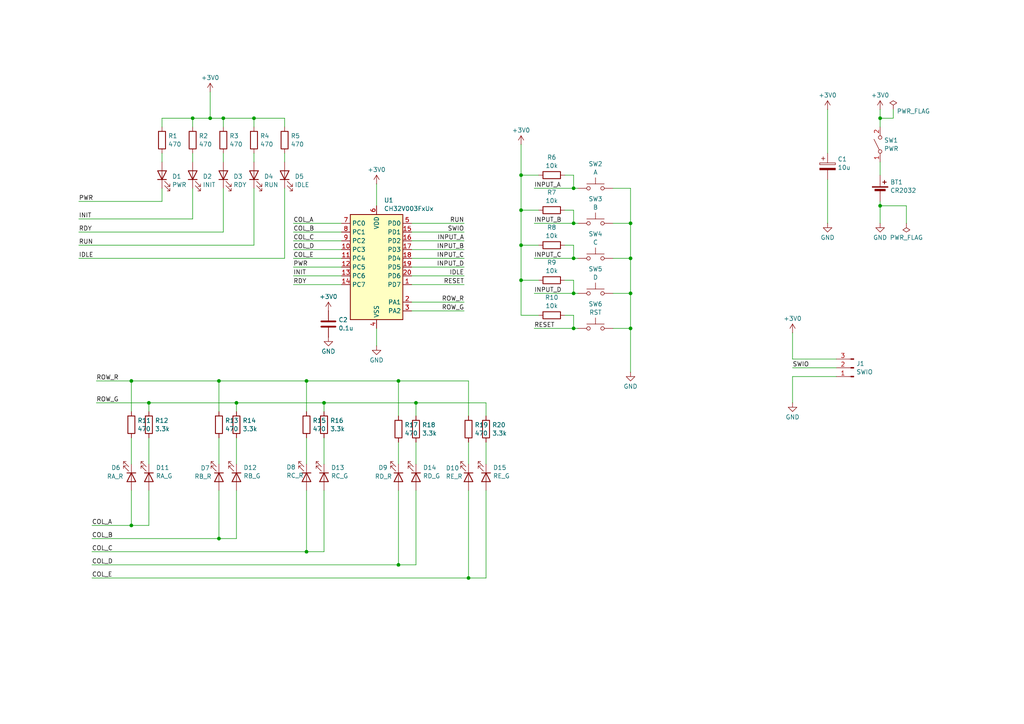
<source format=kicad_sch>
(kicad_sch (version 20250114) (generator "eeschema") (generator_version "9.0")
  (paper "A4")
  (title_block (title "Tester PCB Business Card") (date "2025-08-15") (rev "A"))
  (lib_symbols
    (symbol "Connector:Conn_01x03_Pin" (pin_names (offset 1.016) (hide yes))
      (property "Reference" "J" (at 0 5.08 0))
      (property "Value" "Conn_01x03_Pin" (at 0 -5.08 0))
      (symbol "Conn_01x03_Pin_1_1"
        (rectangle (start 0.8636 2.667) (end 0 2.413) (stroke (width 0.1524)) (fill (type outline)))
        (rectangle (start 0.8636 0.127) (end 0 -0.127) (stroke (width 0.1524)) (fill (type outline)))
        (rectangle (start 0.8636 -2.413) (end 0 -2.667) (stroke (width 0.1524)) (fill (type outline)))
        (polyline (pts (xy 1.27 2.54) (xy 0.8636 2.54)) (stroke (width 0.1524)))
        (polyline (pts (xy 1.27 0) (xy 0.8636 0)) (stroke (width 0.1524)))
        (polyline (pts (xy 1.27 -2.54) (xy 0.8636 -2.54)) (stroke (width 0.1524)))
        (pin passive line (at 5.08 2.54 180) (length 3.81) (name "Pin_1") (number "1"))
        (pin passive line (at 5.08 0 180) (length 3.81) (name "Pin_2") (number "2"))
        (pin passive line (at 5.08 -2.54 180) (length 3.81) (name "Pin_3") (number "3"))
      )
    )
    (symbol "Device:Battery_Cell" (pin_numbers (hide yes)) (pin_names (offset 0) (hide yes))
      (property "Reference" "BT" (at 2.54 2.54 0))
      (property "Value" "Battery_Cell" (at 2.54 0 0))
      (symbol "Battery_Cell_0_1"
        (rectangle (start -2.286 1.778) (end 2.286 1.524) (fill (type outline)))
        (rectangle (start -1.524 1.016) (end 1.524 0.508) (fill (type outline)))
        (polyline (pts (xy 0 1.778) (xy 0 2.54)))
        (polyline (pts (xy 0 0.762) (xy 0 0)))
        (polyline (pts (xy 0.762 3.048) (xy 1.778 3.048)) (stroke (width 0.254)))
        (polyline (pts (xy 1.27 3.556) (xy 1.27 2.54)) (stroke (width 0.254)))
      )
      (symbol "Battery_Cell_1_1"
        (pin passive line (at 0 5.08 270) (length 2.54) (name "+") (number "1"))
        (pin passive line (at 0 -2.54 90) (length 2.54) (name "-") (number "2"))
      )
    )
    (symbol "Device:C" (pin_numbers (hide yes)) (pin_names (offset 0.254))
      (property "Reference" "C" (at 0.635 2.54 0))
      (property "Value" "C" (at 0.635 -2.54 0))
      (symbol "C_0_1"
        (polyline (pts (xy -2.032 0.762) (xy 2.032 0.762)) (stroke (width 0.508)))
        (polyline (pts (xy -2.032 -0.762) (xy 2.032 -0.762)) (stroke (width 0.508)))
      )
      (symbol "C_1_1"
        (pin passive line (at 0 3.81 270) (length 2.794) (name "~") (number "1"))
        (pin passive line (at 0 -3.81 90) (length 2.794) (name "~") (number "2"))
      )
    )
    (symbol "Device:C_Polarized" (pin_numbers (hide yes)) (pin_names (offset 0.254))
      (property "Reference" "C" (at 0.635 2.54 0))
      (property "Value" "C_Polarized" (at 0.635 -2.54 0))
      (symbol "C_Polarized_0_1"
        (rectangle (start -2.286 0.508) (end 2.286 1.016))
        (polyline (pts (xy -1.778 2.286) (xy -0.762 2.286)))
        (polyline (pts (xy -1.27 2.794) (xy -1.27 1.778)))
        (rectangle (start 2.286 -0.508) (end -2.286 -1.016) (fill (type outline)))
      )
      (symbol "C_Polarized_1_1"
        (pin passive line (at 0 3.81 270) (length 2.794) (name "~") (number "1"))
        (pin passive line (at 0 -3.81 90) (length 2.794) (name "~") (number "2"))
      )
    )
    (symbol "Device:LED" (pin_numbers (hide yes)) (pin_names (offset 1.016) (hide yes))
      (property "Reference" "D" (at 0 2.54 0))
      (property "Value" "LED" (at 0 -2.54 0))
      (symbol "LED_0_1"
        (polyline (pts (xy -3.048 -0.762) (xy -4.572 -2.286) (xy -3.81 -2.286) (xy -4.572 -2.286) (xy -4.572 -1.524)))
        (polyline (pts (xy -1.778 -0.762) (xy -3.302 -2.286) (xy -2.54 -2.286) (xy -3.302 -2.286) (xy -3.302 -1.524)))
        (polyline (pts (xy -1.27 0) (xy 1.27 0)))
        (polyline (pts (xy -1.27 -1.27) (xy -1.27 1.27)) (stroke (width 0.254)))
        (polyline (pts (xy 1.27 -1.27) (xy 1.27 1.27) (xy -1.27 0) (xy 1.27 -1.27)) (stroke (width 0.254)))
      )
      (symbol "LED_1_1"
        (pin passive line (at -3.81 0 0) (length 2.54) (name "K") (number "1"))
        (pin passive line (at 3.81 0 180) (length 2.54) (name "A") (number "2"))
      )
    )
    (symbol "Device:R" (pin_numbers (hide yes)) (pin_names (offset 0))
      (property "Reference" "R" (at 2.032 0 90))
      (property "Value" "R" (at 0 0 90))
      (symbol "R_0_1"
        (rectangle (start -1.016 -2.54) (end 1.016 2.54) (stroke (width 0.254)))
      )
      (symbol "R_1_1"
        (pin passive line (at 0 3.81 270) (length 1.27) (name "~") (number "1"))
        (pin passive line (at 0 -3.81 90) (length 1.27) (name "~") (number "2"))
      )
    )
    (symbol "MCU_WCH_CH32V0:CH32V003FxUx"
      (property "Reference" "U" (at -7.62 17.78 0))
      (property "Value" "CH32V003FxUx" (at 7.62 17.78 0))
      (symbol "CH32V003FxUx_1_1"
        (rectangle (start -7.62 15.24) (end 7.62 -15.24) (stroke (width 0.254)) (fill (type background)))
        (pin bidirectional line (at -10.16 12.7 0) (length 2.54) (name "PC0") (number "7"))
        (pin bidirectional line (at -10.16 10.16 0) (length 2.54) (name "PC1") (number "8"))
        (pin bidirectional line (at -10.16 7.62 0) (length 2.54) (name "PC2") (number "9"))
        (pin bidirectional line (at -10.16 5.08 0) (length 2.54) (name "PC3") (number "10"))
        (pin bidirectional line (at -10.16 2.54 0) (length 2.54) (name "PC4") (number "11"))
        (pin bidirectional line (at -10.16 0 0) (length 2.54) (name "PC5") (number "12"))
        (pin bidirectional line (at -10.16 -2.54 0) (length 2.54) (name "PC6") (number "13"))
        (pin bidirectional line (at -10.16 -5.08 0) (length 2.54) (name "PC7") (number "14"))
        (pin power_in line (at 0 17.78 270) (length 2.54) (name "VDD") (number "6"))
        (pin passive line (at 0 -17.78 90) (length 2.54) (hide yes) (name "VSS") (number "21"))
        (pin power_in line (at 0 -17.78 90) (length 2.54) (name "VSS") (number "4"))
        (pin bidirectional line (at 10.16 12.7 180) (length 2.54) (name "PD0") (number "5"))
        (pin bidirectional line (at 10.16 10.16 180) (length 2.54) (name "PD1") (number "15"))
        (pin bidirectional line (at 10.16 7.62 180) (length 2.54) (name "PD2") (number "16"))
        (pin bidirectional line (at 10.16 5.08 180) (length 2.54) (name "PD3") (number "17"))
        (pin bidirectional line (at 10.16 2.54 180) (length 2.54) (name "PD4") (number "18"))
        (pin bidirectional line (at 10.16 0 180) (length 2.54) (name "PD5") (number "19"))
        (pin bidirectional line (at 10.16 -2.54 180) (length 2.54) (name "PD6") (number "20"))
        (pin bidirectional line (at 10.16 -5.08 180) (length 2.54) (name "PD7") (number "1"))
        (pin bidirectional line (at 10.16 -10.16 180) (length 2.54) (name "PA1") (number "2"))
        (pin bidirectional line (at 10.16 -12.7 180) (length 2.54) (name "PA2") (number "3"))
      )
    )
    (symbol "Switch:SW_Push" (pin_numbers (hide yes)) (pin_names (offset 1.016) (hide yes))
      (property "Reference" "SW" (at 1.27 2.54 0))
      (property "Value" "SW_Push" (at 0 -1.524 0))
      (symbol "SW_Push_0_1"
        (circle (center -2.032 0) (radius 0.508))
        (polyline (pts (xy 0 1.27) (xy 0 3.048)))
        (circle (center 2.032 0) (radius 0.508))
        (polyline (pts (xy 2.54 1.27) (xy -2.54 1.27)))
        (pin passive line (at -5.08 0 0) (length 2.54) (name "1") (number "1"))
        (pin passive line (at 5.08 0 180) (length 2.54) (name "2") (number "2"))
      )
    )
    (symbol "Switch:SW_SPST" (pin_names (offset 0) (hide yes))
      (property "Reference" "SW" (at 0 3.175 0))
      (property "Value" "SW_SPST" (at 0 -2.54 0))
      (symbol "SW_SPST_0_0"
        (circle (center -2.032 0) (radius 0.508))
        (polyline (pts (xy -1.524 0.254) (xy 1.524 1.778)))
        (circle (center 2.032 0) (radius 0.508))
      )
      (symbol "SW_SPST_1_1"
        (pin passive line (at -5.08 0 0) (length 2.54) (name "A") (number "1"))
        (pin passive line (at 5.08 0 180) (length 2.54) (name "B") (number "2"))
      )
    )
    (symbol "power:+3V0" (power) (pin_numbers (hide yes)) (pin_names (offset 0) (hide yes))
      (property "Value" "+3V0" (at 0 3.556 0))
      (symbol "+3V0_0_1"
        (polyline (pts (xy -0.762 1.27) (xy 0 2.54)))
        (polyline (pts (xy 0 2.54) (xy 0.762 1.27)))
        (polyline (pts (xy 0 0) (xy 0 2.54)))
      )
      (symbol "+3V0_1_1"
        (pin power_in line (at 0 0 90) (length 0) (name "~") (number "1"))
      )
    )
    (symbol "power:GND" (power) (pin_numbers (hide yes)) (pin_names (offset 0) (hide yes))
      (property "Value" "GND" (at 0 -3.81 0))
      (symbol "GND_0_1"
        (polyline (pts (xy 0 0) (xy 0 -1.27) (xy 1.27 -1.27) (xy 0 -2.54) (xy -1.27 -1.27) (xy 0 -1.27)))
      )
      (symbol "GND_1_1"
        (pin power_in line (at 0 0 270) (length 0) (name "~") (number "1"))
      )
    )
    (symbol "power:PWR_FLAG" (power) (pin_numbers (hide yes)) (pin_names (offset 0) (hide yes))
      (property "Value" "PWR_FLAG" (at 0 3.81 0))
      (symbol "PWR_FLAG_0_0"
        (pin power_out line (at 0 0 90) (length 0) (name "~") (number "1"))
      )
      (symbol "PWR_FLAG_0_1"
        (polyline (pts (xy 0 0) (xy 0 1.27) (xy -1.016 1.905) (xy 0 2.54) (xy 1.016 1.905) (xy 0 1.27)))
      )
    )
  )
  (junction (at 182.88 64.77))
  (junction (at 43.18 116.84))
  (junction (at 88.9 110.49))
  (junction (at 135.89 167.64))
  (junction (at 115.57 163.83))
  (junction (at 182.88 74.93))
  (junction (at 151.13 81.28))
  (junction (at 88.9 160.02))
  (junction (at 63.5 110.49))
  (junction (at 255.27 59.69))
  (junction (at 182.88 95.25))
  (junction (at 166.37 54.61))
  (junction (at 166.37 64.77))
  (junction (at 63.5 156.21))
  (junction (at 120.65 116.84))
  (junction (at 73.66 34.29))
  (junction (at 115.57 110.49))
  (junction (at 151.13 71.12))
  (junction (at 55.88 34.29))
  (junction (at 38.1 152.4))
  (junction (at 255.27 34.29))
  (junction (at 68.58 116.84))
  (junction (at 182.88 85.09))
  (junction (at 64.77 34.29))
  (junction (at 60.96 34.29))
  (junction (at 166.37 85.09))
  (junction (at 166.37 74.93))
  (junction (at 151.13 60.96))
  (junction (at 151.13 50.8))
  (junction (at 166.37 95.25))
  (junction (at 93.98 116.84))
  (junction (at 38.1 110.49))
  (wire (pts (xy 43.18 142.24) (xy 43.18 152.4)))
  (wire (pts (xy 255.27 34.29) (xy 255.27 36.83)))
  (wire (pts (xy 82.55 54.61) (xy 82.55 74.93)))
  (wire (pts (xy 85.09 80.01) (xy 99.06 80.01)))
  (wire (pts (xy 156.21 60.96) (xy 151.13 60.96)))
  (wire (pts (xy 55.88 34.29) (xy 60.96 34.29)))
  (wire (pts (xy 27.94 116.84) (xy 43.18 116.84)))
  (wire (pts (xy 22.86 67.31) (xy 64.77 67.31)))
  (wire (pts (xy 64.77 44.45) (xy 64.77 46.99)))
  (wire (pts (xy 55.88 44.45) (xy 55.88 46.99)))
  (wire (pts (xy 73.66 34.29) (xy 82.55 34.29)))
  (wire (pts (xy 93.98 142.24) (xy 93.98 160.02)))
  (wire (pts (xy 85.09 72.39) (xy 99.06 72.39)))
  (wire (pts (xy 119.38 67.31) (xy 134.62 67.31)))
  (wire (pts (xy 119.38 90.17) (xy 134.62 90.17)))
  (wire (pts (xy 26.67 160.02) (xy 88.9 160.02)))
  (wire (pts (xy 85.09 74.93) (xy 99.06 74.93)))
  (wire (pts (xy 55.88 34.29) (xy 55.88 36.83)))
  (wire (pts (xy 119.38 64.77) (xy 134.62 64.77)))
  (wire (pts (xy 82.55 34.29) (xy 82.55 36.83)))
  (wire (pts (xy 163.83 60.96) (xy 166.37 60.96)))
  (wire (pts (xy 166.37 81.28) (xy 166.37 85.09)))
  (wire (pts (xy 88.9 110.49) (xy 115.57 110.49)))
  (wire (pts (xy 229.87 106.68) (xy 242.57 106.68)))
  (wire (pts (xy 93.98 127) (xy 93.98 134.62)))
  (wire (pts (xy 27.94 110.49) (xy 38.1 110.49)))
  (wire (pts (xy 163.83 71.12) (xy 166.37 71.12)))
  (wire (pts (xy 43.18 127) (xy 43.18 134.62)))
  (wire (pts (xy 177.8 54.61) (xy 182.88 54.61)))
  (wire (pts (xy 163.83 50.8) (xy 166.37 50.8)))
  (wire (pts (xy 140.97 142.24) (xy 140.97 167.64)))
  (wire (pts (xy 163.83 91.44) (xy 166.37 91.44)))
  (wire (pts (xy 38.1 142.24) (xy 38.1 152.4)))
  (wire (pts (xy 259.08 31.75) (xy 259.08 34.29)))
  (wire (pts (xy 166.37 95.25) (xy 167.64 95.25)))
  (wire (pts (xy 242.57 104.14) (xy 229.87 104.14)))
  (wire (pts (xy 156.21 91.44) (xy 151.13 91.44)))
  (wire (pts (xy 255.27 46.99) (xy 255.27 50.8)))
  (wire (pts (xy 43.18 116.84) (xy 68.58 116.84)))
  (wire (pts (xy 240.03 52.07) (xy 240.03 64.77)))
  (wire (pts (xy 46.99 44.45) (xy 46.99 46.99)))
  (wire (pts (xy 64.77 67.31) (xy 64.77 54.61)))
  (wire (pts (xy 93.98 116.84) (xy 120.65 116.84)))
  (wire (pts (xy 120.65 128.27) (xy 120.65 134.62)))
  (wire (pts (xy 46.99 54.61) (xy 46.99 58.42)))
  (wire (pts (xy 63.5 110.49) (xy 88.9 110.49)))
  (wire (pts (xy 262.89 64.77) (xy 262.89 59.69)))
  (wire (pts (xy 166.37 60.96) (xy 166.37 64.77)))
  (wire (pts (xy 109.22 53.34) (xy 109.22 59.69)))
  (wire (pts (xy 109.22 95.25) (xy 109.22 100.33)))
  (wire (pts (xy 135.89 167.64) (xy 140.97 167.64)))
  (wire (pts (xy 85.09 77.47) (xy 99.06 77.47)))
  (wire (pts (xy 88.9 110.49) (xy 88.9 119.38)))
  (wire (pts (xy 73.66 71.12) (xy 73.66 54.61)))
  (wire (pts (xy 63.5 156.21) (xy 68.58 156.21)))
  (wire (pts (xy 151.13 71.12) (xy 151.13 60.96)))
  (wire (pts (xy 120.65 142.24) (xy 120.65 163.83)))
  (wire (pts (xy 229.87 104.14) (xy 229.87 96.52)))
  (wire (pts (xy 73.66 44.45) (xy 73.66 46.99)))
  (wire (pts (xy 22.86 63.5) (xy 55.88 63.5)))
  (wire (pts (xy 120.65 116.84) (xy 140.97 116.84)))
  (wire (pts (xy 22.86 74.93) (xy 82.55 74.93)))
  (wire (pts (xy 43.18 116.84) (xy 43.18 119.38)))
  (wire (pts (xy 166.37 64.77) (xy 167.64 64.77)))
  (wire (pts (xy 85.09 69.85) (xy 99.06 69.85)))
  (wire (pts (xy 119.38 87.63) (xy 134.62 87.63)))
  (wire (pts (xy 115.57 142.24) (xy 115.57 163.83)))
  (wire (pts (xy 151.13 60.96) (xy 151.13 50.8)))
  (wire (pts (xy 182.88 74.93) (xy 182.88 85.09)))
  (wire (pts (xy 166.37 54.61) (xy 167.64 54.61)))
  (wire (pts (xy 46.99 58.42) (xy 22.86 58.42)))
  (wire (pts (xy 46.99 34.29) (xy 46.99 36.83)))
  (wire (pts (xy 119.38 69.85) (xy 134.62 69.85)))
  (wire (pts (xy 177.8 85.09) (xy 182.88 85.09)))
  (wire (pts (xy 156.21 81.28) (xy 151.13 81.28)))
  (wire (pts (xy 262.89 59.69) (xy 255.27 59.69)))
  (wire (pts (xy 85.09 64.77) (xy 99.06 64.77)))
  (wire (pts (xy 68.58 116.84) (xy 68.58 119.38)))
  (wire (pts (xy 119.38 82.55) (xy 134.62 82.55)))
  (wire (pts (xy 182.88 95.25) (xy 182.88 107.95)))
  (wire (pts (xy 151.13 91.44) (xy 151.13 81.28)))
  (wire (pts (xy 166.37 71.12) (xy 166.37 74.93)))
  (wire (pts (xy 156.21 50.8) (xy 151.13 50.8)))
  (wire (pts (xy 26.67 167.64) (xy 135.89 167.64)))
  (wire (pts (xy 140.97 120.65) (xy 140.97 116.84)))
  (wire (pts (xy 120.65 116.84) (xy 120.65 120.65)))
  (wire (pts (xy 82.55 44.45) (xy 82.55 46.99)))
  (wire (pts (xy 119.38 72.39) (xy 134.62 72.39)))
  (wire (pts (xy 135.89 142.24) (xy 135.89 167.64)))
  (wire (pts (xy 166.37 91.44) (xy 166.37 95.25)))
  (wire (pts (xy 255.27 31.75) (xy 255.27 34.29)))
  (wire (pts (xy 64.77 34.29) (xy 64.77 36.83)))
  (wire (pts (xy 68.58 116.84) (xy 93.98 116.84)))
  (wire (pts (xy 115.57 110.49) (xy 115.57 120.65)))
  (wire (pts (xy 166.37 85.09) (xy 167.64 85.09)))
  (wire (pts (xy 166.37 74.93) (xy 167.64 74.93)))
  (wire (pts (xy 64.77 34.29) (xy 73.66 34.29)))
  (wire (pts (xy 154.94 64.77) (xy 166.37 64.77)))
  (wire (pts (xy 182.88 64.77) (xy 182.88 74.93)))
  (wire (pts (xy 73.66 34.29) (xy 73.66 36.83)))
  (wire (pts (xy 93.98 116.84) (xy 93.98 119.38)))
  (wire (pts (xy 26.67 156.21) (xy 63.5 156.21)))
  (wire (pts (xy 242.57 109.22) (xy 229.87 109.22)))
  (wire (pts (xy 259.08 34.29) (xy 255.27 34.29)))
  (wire (pts (xy 46.99 34.29) (xy 55.88 34.29)))
  (wire (pts (xy 26.67 163.83) (xy 115.57 163.83)))
  (wire (pts (xy 26.67 152.4) (xy 38.1 152.4)))
  (wire (pts (xy 240.03 31.75) (xy 240.03 44.45)))
  (wire (pts (xy 115.57 128.27) (xy 115.57 134.62)))
  (wire (pts (xy 85.09 82.55) (xy 99.06 82.55)))
  (wire (pts (xy 63.5 142.24) (xy 63.5 156.21)))
  (wire (pts (xy 166.37 50.8) (xy 166.37 54.61)))
  (wire (pts (xy 255.27 59.69) (xy 255.27 64.77)))
  (wire (pts (xy 229.87 109.22) (xy 229.87 116.84)))
  (wire (pts (xy 38.1 152.4) (xy 43.18 152.4)))
  (wire (pts (xy 68.58 127) (xy 68.58 134.62)))
  (wire (pts (xy 115.57 163.83) (xy 120.65 163.83)))
  (wire (pts (xy 140.97 128.27) (xy 140.97 134.62)))
  (wire (pts (xy 177.8 64.77) (xy 182.88 64.77)))
  (wire (pts (xy 119.38 77.47) (xy 134.62 77.47)))
  (wire (pts (xy 38.1 127) (xy 38.1 134.62)))
  (wire (pts (xy 135.89 128.27) (xy 135.89 134.62)))
  (wire (pts (xy 182.88 54.61) (xy 182.88 64.77)))
  (wire (pts (xy 88.9 127) (xy 88.9 134.62)))
  (wire (pts (xy 154.94 95.25) (xy 166.37 95.25)))
  (wire (pts (xy 154.94 74.93) (xy 166.37 74.93)))
  (wire (pts (xy 182.88 85.09) (xy 182.88 95.25)))
  (wire (pts (xy 60.96 26.67) (xy 60.96 34.29)))
  (wire (pts (xy 38.1 110.49) (xy 63.5 110.49)))
  (wire (pts (xy 68.58 142.24) (xy 68.58 156.21)))
  (wire (pts (xy 63.5 110.49) (xy 63.5 119.38)))
  (wire (pts (xy 85.09 67.31) (xy 99.06 67.31)))
  (wire (pts (xy 154.94 85.09) (xy 166.37 85.09)))
  (wire (pts (xy 55.88 63.5) (xy 55.88 54.61)))
  (wire (pts (xy 255.27 58.42) (xy 255.27 59.69)))
  (wire (pts (xy 88.9 142.24) (xy 88.9 160.02)))
  (wire (pts (xy 60.96 34.29) (xy 64.77 34.29)))
  (wire (pts (xy 119.38 80.01) (xy 134.62 80.01)))
  (wire (pts (xy 156.21 71.12) (xy 151.13 71.12)))
  (wire (pts (xy 22.86 71.12) (xy 73.66 71.12)))
  (wire (pts (xy 151.13 81.28) (xy 151.13 71.12)))
  (wire (pts (xy 163.83 81.28) (xy 166.37 81.28)))
  (wire (pts (xy 177.8 95.25) (xy 182.88 95.25)))
  (wire (pts (xy 115.57 110.49) (xy 135.89 110.49)))
  (wire (pts (xy 135.89 110.49) (xy 135.89 120.65)))
  (wire (pts (xy 63.5 127) (xy 63.5 134.62)))
  (wire (pts (xy 151.13 50.8) (xy 151.13 41.91)))
  (wire (pts (xy 88.9 160.02) (xy 93.98 160.02)))
  (wire (pts (xy 38.1 110.49) (xy 38.1 119.38)))
  (wire (pts (xy 119.38 74.93) (xy 134.62 74.93)))
  (wire (pts (xy 177.8 74.93) (xy 182.88 74.93)))
  (wire (pts (xy 154.94 54.61) (xy 166.37 54.61)))
  (label "COL_E" (at 26.67 167.64 0))
  (label "IDLE" (at 22.86 74.93 0))
  (label "PWR" (at 85.09 77.47 0))
  (label "INPUT_A" (at 154.94 54.61 0))
  (label "ROW_G" (at 134.62 90.17 180))
  (label "PWR" (at 22.86 58.42 0))
  (label "COL_C" (at 85.09 69.85 0))
  (label "ROW_R" (at 27.94 110.49 0))
  (label "RUN" (at 134.62 64.77 180))
  (label "INIT" (at 85.09 80.01 0))
  (label "COL_D" (at 26.67 163.83 0))
  (label "COL_C" (at 26.67 160.02 0))
  (label "INPUT_D" (at 134.62 77.47 180))
  (label "RDY" (at 85.09 82.55 0))
  (label "INPUT_C" (at 154.94 74.93 0))
  (label "SWIO" (at 229.87 106.68 0))
  (label "INIT" (at 22.86 63.5 0))
  (label "ROW_R" (at 134.62 87.63 180))
  (label "RESET" (at 134.62 82.55 180))
  (label "RDY" (at 22.86 67.31 0))
  (label "IDLE" (at 134.62 80.01 180))
  (label "INPUT_D" (at 154.94 85.09 0))
  (label "RUN" (at 22.86 71.12 0))
  (label "INPUT_B" (at 134.62 72.39 180))
  (label "INPUT_A" (at 134.62 69.85 180))
  (label "SWIO" (at 134.62 67.31 180))
  (label "COL_B" (at 85.09 67.31 0))
  (label "COL_B" (at 26.67 156.21 0))
  (label "COL_A" (at 85.09 64.77 0))
  (label "INPUT_B" (at 154.94 64.77 0))
  (label "COL_A" (at 26.67 152.4 0))
  (label "COL_E" (at 85.09 74.93 0))
  (label "INPUT_C" (at 134.62 74.93 180))
  (label "COL_D" (at 85.09 72.39 0))
  (label "ROW_G" (at 27.94 116.84 0))
  (label "RESET" (at 154.94 95.25 0))
  (symbol (lib_id "Device:LED") (at 82.55 50.8 90) (unit 1)
    (property "Reference" "D5" (at 85.471 51.1753 90) (effects (justify right)))
    (property "Value" "IDLE" (at 85.471 53.5996 90) (effects (justify right)))
    (property "Footprint" "LED_SMD:LED_0805_2012Metric" (effects (hide yes)))
    (property "Description" "Light emitting diode" (effects (hide yes)))
    (property "Sim.Pins" "1=K 2=A" (effects (hide yes)))
    (property "LCSC" "C84256" (effects (hide yes)))
  )
  (symbol (lib_id "Device:R") (at 93.98 123.19 0) (unit 1)
    (property "Reference" "R16" (at 95.758 121.9778 0) (effects (justify left)))
    (property "Value" "3.3k" (at 95.758 124.4021 0) (effects (justify left)))
    (property "Footprint" "Resistor_SMD:R_0603_1608Metric" (effects (hide yes)))
    (property "Description" "Resistor" (effects (hide yes)))
    (property "LCSC" "C22978" (effects (hide yes)))
  )
  (symbol (lib_id "power:GND") (at 240.03 64.77 0) (unit 1)
    (property "Reference" "#PWR07" (effects (hide yes)))
    (property "Value" "GND" (at 240.03 68.9031 0))
    (property "Description" "Power symbol creates a global label with name \"GND\" , ground" (effects (hide yes)))
  )
  (symbol (lib_id "Device:R") (at 160.02 50.8 90) (unit 1)
    (property "Reference" "R6" (at 160.02 45.6395 90))
    (property "Value" "10k" (at 160.02 48.0638 90))
    (property "Footprint" "Resistor_SMD:R_0603_1608Metric" (effects (hide yes)))
    (property "Description" "Resistor" (effects (hide yes)))
    (property "LCSC" "C25804" (effects (hide yes)))
  )
  (symbol (lib_id "Device:R") (at 120.65 124.46 0) (unit 1)
    (property "Reference" "R18" (at 122.428 123.2478 0) (effects (justify left)))
    (property "Value" "3.3k" (at 122.428 125.6721 0) (effects (justify left)))
    (property "Footprint" "Resistor_SMD:R_0603_1608Metric" (effects (hide yes)))
    (property "Description" "Resistor" (effects (hide yes)))
    (property "LCSC" "C22978" (effects (hide yes)))
  )
  (symbol (lib_id "Device:LED") (at 88.9 138.43 270) (unit 1)
    (property "Reference" "D8" (at 83.058 135.4977 90) (effects (justify left)))
    (property "Value" "RC_R" (at 83.058 137.922 90) (effects (justify left)))
    (property "Footprint" "LED_SMD:LED_0805_2012Metric" (effects (hide yes)))
    (property "Description" "Light emitting diode" (effects (hide yes)))
    (property "Sim.Pins" "1=K 2=A" (effects (hide yes)))
    (property "LCSC" "C84256" (effects (hide yes)))
  )
  (symbol (lib_id "Device:R") (at 160.02 91.44 90) (unit 1)
    (property "Reference" "R10" (at 160.02 86.2795 90))
    (property "Value" "10k" (at 160.02 88.7038 90))
    (property "Footprint" "Resistor_SMD:R_0603_1608Metric" (effects (hide yes)))
    (property "Description" "Resistor" (effects (hide yes)))
    (property "LCSC" "C25804" (effects (hide yes)))
  )
  (symbol (lib_id "power:PWR_FLAG") (at 259.08 31.75 0) (unit 1)
    (property "Reference" "#FLG01" (effects (hide yes)))
    (property "Value" "PWR_FLAG" (at 264.922 32.258 0))
    (property "Description" "Special symbol for telling ERC where power comes from" (effects (hide yes)))
  )
  (symbol (lib_id "Device:LED") (at 135.89 138.43 270) (unit 1)
    (property "Reference" "D10" (at 129.286 135.7517 90) (effects (justify left)))
    (property "Value" "RE_R" (at 129.286 138.176 90) (effects (justify left)))
    (property "Footprint" "LED_SMD:LED_0805_2012Metric" (effects (hide yes)))
    (property "Description" "Light emitting diode" (effects (hide yes)))
    (property "Sim.Pins" "1=K 2=A" (effects (hide yes)))
    (property "LCSC" "C84256" (effects (hide yes)))
  )
  (symbol (lib_id "Device:R") (at 46.99 40.64 0) (unit 1)
    (property "Reference" "R1" (at 48.768 39.4278 0) (effects (justify left)))
    (property "Value" "470" (at 48.768 41.8521 0) (effects (justify left)))
    (property "Footprint" "Resistor_SMD:R_0603_1608Metric" (effects (hide yes)))
    (property "Description" "Resistor" (effects (hide yes)))
    (property "LCSC" "C23179" (effects (hide yes)))
  )
  (symbol (lib_id "Device:LED") (at 93.98 138.43 270) (unit 1)
    (property "Reference" "D13" (at 96.012 135.6303 90) (effects (justify left)))
    (property "Value" "RC_G" (at 96.012 138.0546 90) (effects (justify left)))
    (property "Footprint" "LED_SMD:LED_0805_2012Metric" (effects (hide yes)))
    (property "Description" "Light emitting diode" (effects (hide yes)))
    (property "Sim.Pins" "1=K 2=A" (effects (hide yes)))
    (property "LCSC" "C2297" (effects (hide yes)))
  )
  (symbol (lib_id "Device:R") (at 135.89 124.46 0) (unit 1)
    (property "Reference" "R19" (at 137.668 123.2478 0) (effects (justify left)))
    (property "Value" "470" (at 137.668 125.6721 0) (effects (justify left)))
    (property "Footprint" "Resistor_SMD:R_0603_1608Metric" (effects (hide yes)))
    (property "Description" "Resistor" (effects (hide yes)))
    (property "LCSC" "C23179" (effects (hide yes)))
  )
  (symbol (lib_id "Switch:SW_Push") (at 172.72 95.25 0) (unit 1)
    (property "Reference" "SW6" (at 172.72 88.1845 0))
    (property "Value" "RST" (at 172.72 90.6088 0))
    (property "Footprint" "custom:BTN_XUNPU_TS_1088-AR02016" (effects (hide yes)))
    (property "Description" "Push button switch, generic, two pins" (effects (hide yes)))
    (property "LCSC" "C720477" (effects (hide yes)))
    (property "Link" "https://www.lcsc.com/product-detail/C720477.html" (effects (hide yes)))
  )
  (symbol (lib_id "power:PWR_FLAG") (at 262.89 64.77 180) (unit 1)
    (property "Reference" "#FLG02" (effects (hide yes)))
    (property "Value" "PWR_FLAG" (at 262.89 68.9031 0))
    (property "Description" "Special symbol for telling ERC where power comes from" (effects (hide yes)))
  )
  (symbol (lib_id "Device:R") (at 38.1 123.19 0) (unit 1)
    (property "Reference" "R11" (at 39.878 121.9778 0) (effects (justify left)))
    (property "Value" "470" (at 39.878 124.4021 0) (effects (justify left)))
    (property "Footprint" "Resistor_SMD:R_0603_1608Metric" (effects (hide yes)))
    (property "Description" "Resistor" (effects (hide yes)))
    (property "LCSC" "C23179" (effects (hide yes)))
  )
  (symbol (lib_id "power:+3V0") (at 151.13 41.91 0) (unit 1)
    (property "Reference" "#PWR05" (effects (hide yes)))
    (property "Value" "+3V0" (at 151.13 37.7769 0))
    (property "Description" "Power symbol creates a global label with name \"+3V0\"" (effects (hide yes)))
  )
  (symbol (lib_id "Device:LED") (at 43.18 138.43 270) (unit 1)
    (property "Reference" "D11" (at 45.212 135.6303 90) (effects (justify left)))
    (property "Value" "RA_G" (at 45.212 138.0546 90) (effects (justify left)))
    (property "Footprint" "LED_SMD:LED_0805_2012Metric" (effects (hide yes)))
    (property "Description" "Light emitting diode" (effects (hide yes)))
    (property "Sim.Pins" "1=K 2=A" (effects (hide yes)))
    (property "LCSC" "C2297" (effects (hide yes)))
  )
  (symbol (lib_id "Device:Battery_Cell") (at 255.27 55.88 0) (unit 1)
    (property "Reference" "BT1" (at 258.191 52.8263 0) (effects (justify left)))
    (property "Value" "CR2032" (at 258.191 55.2506 0) (effects (justify left)))
    (property "Footprint" "custom:MY-2032-12" (effects (hide yes)))
    (property "Description" "Single-cell battery" (effects (hide yes)))
    (property "LCSC" "C964833" (effects (hide yes)))
    (property "Link" "https://www.lcsc.com/product-detail/C964833.html" (effects (hide yes)))
  )
  (symbol (lib_id "Device:LED") (at 115.57 138.43 270) (unit 1)
    (property "Reference" "D9" (at 109.728 135.636 90) (effects (justify left)))
    (property "Value" "RD_R" (at 108.712 138.176 90) (effects (justify left)))
    (property "Footprint" "LED_SMD:LED_0805_2012Metric" (effects (hide yes)))
    (property "Description" "Light emitting diode" (effects (hide yes)))
    (property "Sim.Pins" "1=K 2=A" (effects (hide yes)))
    (property "LCSC" "C84256" (effects (hide yes)))
  )
  (symbol (lib_id "power:+3V0") (at 255.27 31.75 0) (unit 1)
    (property "Reference" "#PWR04" (effects (hide yes)))
    (property "Value" "+3V0" (at 255.27 27.6169 0))
    (property "Description" "Power symbol creates a global label with name \"+3V0\"" (effects (hide yes)))
  )
  (symbol (lib_id "power:+3V0") (at 60.96 26.67 0) (unit 1)
    (property "Reference" "#PWR02" (effects (hide yes)))
    (property "Value" "+3V0" (at 60.96 22.5369 0))
    (property "Description" "Power symbol creates a global label with name \"+3V0\"" (effects (hide yes)))
  )
  (symbol (lib_id "power:GND") (at 109.22 100.33 0) (unit 1)
    (property "Reference" "#PWR012" (effects (hide yes)))
    (property "Value" "GND" (at 109.22 104.4631 0))
    (property "Description" "Power symbol creates a global label with name \"GND\" , ground" (effects (hide yes)))
  )
  (symbol (lib_id "Device:R") (at 64.77 40.64 0) (unit 1)
    (property "Reference" "R3" (at 66.548 39.4278 0) (effects (justify left)))
    (property "Value" "470" (at 66.548 41.8521 0) (effects (justify left)))
    (property "Footprint" "Resistor_SMD:R_0603_1608Metric" (effects (hide yes)))
    (property "Description" "Resistor" (effects (hide yes)))
    (property "LCSC" "C23179" (effects (hide yes)))
  )
  (symbol (lib_id "power:GND") (at 229.87 116.84 0) (unit 1)
    (property "Reference" "#PWR014" (effects (hide yes)))
    (property "Value" "GND" (at 229.87 120.9731 0))
    (property "Description" "Power symbol creates a global label with name \"GND\" , ground" (effects (hide yes)))
  )
  (symbol (lib_id "Switch:SW_SPST") (at 255.27 41.91 90) (unit 1)
    (property "Reference" "SW1" (at 256.413 40.6978 90) (effects (justify right)))
    (property "Value" "PWR" (at 256.413 43.1221 90) (effects (justify right)))
    (property "Footprint" "custom:SW_SPDT_Shouhan_MSK12C02" (effects (hide yes)))
    (property "Description" "Single Pole Single Throw (SPST) switch" (effects (hide yes)))
    (property "LCSC" "C431540" (effects (hide yes)))
    (property "Link" "https://www.lcsc.com/product-detail/C431540.html" (effects (hide yes)))
  )
  (symbol (lib_id "power:+3V0") (at 229.87 96.52 0) (unit 1)
    (property "Reference" "#PWR010" (effects (hide yes)))
    (property "Value" "+3V0" (at 229.87 92.3869 0))
    (property "Description" "Power symbol creates a global label with name \"+3V0\"" (effects (hide yes)))
  )
  (symbol (lib_id "Device:R") (at 68.58 123.19 0) (unit 1)
    (property "Reference" "R14" (at 70.358 121.9778 0) (effects (justify left)))
    (property "Value" "3.3k" (at 70.358 124.4021 0) (effects (justify left)))
    (property "Footprint" "Resistor_SMD:R_0603_1608Metric" (effects (hide yes)))
    (property "Description" "Resistor" (effects (hide yes)))
    (property "LCSC" "C22978" (effects (hide yes)))
  )
  (symbol (lib_id "power:GND") (at 255.27 64.77 0) (unit 1)
    (property "Reference" "#PWR08" (effects (hide yes)))
    (property "Value" "GND" (at 255.27 68.9031 0))
    (property "Description" "Power symbol creates a global label with name \"GND\" , ground" (effects (hide yes)))
  )
  (symbol (lib_id "Device:R") (at 82.55 40.64 0) (unit 1)
    (property "Reference" "R5" (at 84.328 39.4278 0) (effects (justify left)))
    (property "Value" "470" (at 84.328 41.8521 0) (effects (justify left)))
    (property "Footprint" "Resistor_SMD:R_0603_1608Metric" (effects (hide yes)))
    (property "Description" "Resistor" (effects (hide yes)))
    (property "LCSC" "C23179" (effects (hide yes)))
  )
  (symbol (lib_id "Switch:SW_Push") (at 172.72 74.93 0) (unit 1)
    (property "Reference" "SW4" (at 172.72 67.8645 0))
    (property "Value" "C" (at 172.72 70.2888 0))
    (property "Footprint" "custom:BTN_XUNPU_TS_1088-AR02016" (effects (hide yes)))
    (property "Description" "Push button switch, generic, two pins" (effects (hide yes)))
    (property "LCSC" "C720477" (effects (hide yes)))
    (property "Link" "https://www.lcsc.com/product-detail/C720477.html" (effects (hide yes)))
  )
  (symbol (lib_id "Device:LED") (at 55.88 50.8 90) (unit 1)
    (property "Reference" "D2" (at 58.801 51.1753 90) (effects (justify right)))
    (property "Value" "INIT" (at 58.801 53.5996 90) (effects (justify right)))
    (property "Footprint" "LED_SMD:LED_0805_2012Metric" (effects (hide yes)))
    (property "Description" "Light emitting diode" (effects (hide yes)))
    (property "Sim.Pins" "1=K 2=A" (effects (hide yes)))
    (property "LCSC" "C84256" (effects (hide yes)))
  )
  (symbol (lib_id "Device:R") (at 160.02 71.12 90) (unit 1)
    (property "Reference" "R8" (at 160.02 65.9595 90))
    (property "Value" "10k" (at 160.02 68.3838 90))
    (property "Footprint" "Resistor_SMD:R_0603_1608Metric" (effects (hide yes)))
    (property "Description" "Resistor" (effects (hide yes)))
    (property "LCSC" "C25804" (effects (hide yes)))
  )
  (symbol (lib_id "Device:R") (at 160.02 81.28 90) (unit 1)
    (property "Reference" "R9" (at 160.02 76.1195 90))
    (property "Value" "10k" (at 160.02 78.5438 90))
    (property "Footprint" "Resistor_SMD:R_0603_1608Metric" (effects (hide yes)))
    (property "Description" "Resistor" (effects (hide yes)))
    (property "LCSC" "C25804" (effects (hide yes)))
  )
  (symbol (lib_id "Device:LED") (at 64.77 50.8 90) (unit 1)
    (property "Reference" "D3" (at 67.691 51.1753 90) (effects (justify right)))
    (property "Value" "RDY" (at 67.691 53.5996 90) (effects (justify right)))
    (property "Footprint" "LED_SMD:LED_0805_2012Metric" (effects (hide yes)))
    (property "Description" "Light emitting diode" (effects (hide yes)))
    (property "Sim.Pins" "1=K 2=A" (effects (hide yes)))
    (property "LCSC" "C84256" (effects (hide yes)))
  )
  (symbol (lib_id "Device:C") (at 95.25 93.98 0) (unit 1)
    (property "Reference" "C2" (at 98.171 92.7678 0) (effects (justify left)))
    (property "Value" "0.1u" (at 98.171 95.1921 0) (effects (justify left)))
    (property "Footprint" "Capacitor_SMD:C_0805_2012Metric" (effects (hide yes)))
    (property "Description" "Unpolarized capacitor" (effects (hide yes)))
    (property "LCSC" "C49678" (effects (hide yes)))
  )
  (symbol (lib_id "Device:R") (at 160.02 60.96 90) (unit 1)
    (property "Reference" "R7" (at 160.02 55.7995 90))
    (property "Value" "10k" (at 160.02 58.2238 90))
    (property "Footprint" "Resistor_SMD:R_0603_1608Metric" (effects (hide yes)))
    (property "Description" "Resistor" (effects (hide yes)))
    (property "LCSC" "C25804" (effects (hide yes)))
  )
  (symbol (lib_id "Device:R") (at 115.57 124.46 0) (unit 1)
    (property "Reference" "R17" (at 117.348 123.2478 0) (effects (justify left)))
    (property "Value" "470" (at 117.348 125.6721 0) (effects (justify left)))
    (property "Footprint" "Resistor_SMD:R_0603_1608Metric" (effects (hide yes)))
    (property "Description" "Resistor" (effects (hide yes)))
    (property "LCSC" "C23179" (effects (hide yes)))
  )
  (symbol (lib_id "power:+3V0") (at 95.25 90.17 0) (unit 1)
    (property "Reference" "#PWR09" (effects (hide yes)))
    (property "Value" "+3V0" (at 95.25 86.0369 0))
    (property "Description" "Power symbol creates a global label with name \"+3V0\"" (effects (hide yes)))
  )
  (symbol (lib_id "Device:R") (at 140.97 124.46 0) (unit 1)
    (property "Reference" "R20" (at 142.748 123.2478 0) (effects (justify left)))
    (property "Value" "3.3k" (at 142.748 125.6721 0) (effects (justify left)))
    (property "Footprint" "Resistor_SMD:R_0603_1608Metric" (effects (hide yes)))
    (property "Description" "Resistor" (effects (hide yes)))
    (property "LCSC" "C22978" (effects (hide yes)))
  )
  (symbol (lib_id "MCU_WCH_CH32V0:CH32V003FxUx") (at 109.22 77.47 0) (unit 1)
    (property "Reference" "U1" (at 111.3633 58.0855 0) (effects (justify left)))
    (property "Value" "CH32V003FxUx" (at 111.3633 60.5098 0) (effects (justify left)))
    (property "Footprint" "Package_DFN_QFN:QFN-20-1EP_3x3mm_P0.4mm_EP1.65x1.65mm" (effects (hide yes)))
    (property "Datasheet" "https://www.wch-ic.com/products/CH32V003.html" (effects (hide yes)))
    (property "Description" "CH32V003 series are industrial-grade general-purpose microcontrollers designed based on 32-bit RISC-V instruction set and architecture. It adopts QingKe V2A core, RV32EC instruction set, and supports 2 levels of interrupt nesting. The series are mounted with rich peripheral interfaces and function modules. Its internal organizational structure meets the low-cost and low-power embedded application scenarios." (effects (hide yes)))
    (property "LCSC" "C5299908" (effects (hide yes)))
  )
  (symbol (lib_id "power:GND") (at 95.25 97.79 0) (unit 1)
    (property "Reference" "#PWR011" (effects (hide yes)))
    (property "Value" "GND" (at 95.25 101.9231 0))
    (property "Description" "Power symbol creates a global label with name \"GND\" , ground" (effects (hide yes)))
  )
  (symbol (lib_id "Device:C_Polarized") (at 240.03 48.26 0) (unit 1)
    (property "Reference" "C1" (at 242.951 46.1588 0) (effects (justify left)))
    (property "Value" "10u" (at 242.951 48.5831 0) (effects (justify left)))
    (property "Footprint" "Capacitor_Tantalum_SMD:CP_EIA-3216-18_Kemet-A" (effects (hide yes)))
    (property "Description" "Polarized capacitor" (effects (hide yes)))
    (property "LCSC" "C7171" (effects (hide yes)))
    (property "Link" "https://www.lcsc.com/product-detail/C119052.html" (effects (hide yes)))
  )
  (symbol (lib_id "power:+3V0") (at 109.22 53.34 0) (unit 1)
    (property "Reference" "#PWR06" (effects (hide yes)))
    (property "Value" "+3V0" (at 109.22 49.2069 0))
    (property "Description" "Power symbol creates a global label with name \"+3V0\"" (effects (hide yes)))
  )
  (symbol (lib_id "Connector:Conn_01x03_Pin") (at 247.65 106.68 180) (unit 1)
    (property "Reference" "J1" (at 248.3612 105.4678 0) (effects (justify right)))
    (property "Value" "SWIO" (at 248.3612 107.8921 0) (effects (justify right)))
    (property "Footprint" "Connector_PinHeader_2.54mm:PinHeader_1x03_P2.54mm_Vertical" (effects (hide yes)))
    (property "Description" "Generic connector, single row, 01x03, script generated" (effects (hide yes)))
  )
  (symbol (lib_id "Switch:SW_Push") (at 172.72 85.09 0) (unit 1)
    (property "Reference" "SW5" (at 172.72 78.0245 0))
    (property "Value" "D" (at 172.72 80.4488 0))
    (property "Footprint" "custom:BTN_XUNPU_TS_1088-AR02016" (effects (hide yes)))
    (property "Description" "Push button switch, generic, two pins" (effects (hide yes)))
    (property "LCSC" "C720477" (effects (hide yes)))
    (property "Link" "https://www.lcsc.com/product-detail/C720477.html" (effects (hide yes)))
  )
  (symbol (lib_id "Device:LED") (at 140.97 138.43 270) (unit 1)
    (property "Reference" "D15" (at 143.002 135.6303 90) (effects (justify left)))
    (property "Value" "RE_G" (at 143.002 138.0546 90) (effects (justify left)))
    (property "Footprint" "LED_SMD:LED_0805_2012Metric" (effects (hide yes)))
    (property "Description" "Light emitting diode" (effects (hide yes)))
    (property "Sim.Pins" "1=K 2=A" (effects (hide yes)))
    (property "LCSC" "C2297" (effects (hide yes)))
  )
  (symbol (lib_id "Device:R") (at 63.5 123.19 0) (unit 1)
    (property "Reference" "R13" (at 65.278 121.9778 0) (effects (justify left)))
    (property "Value" "470" (at 65.278 124.4021 0) (effects (justify left)))
    (property "Footprint" "Resistor_SMD:R_0603_1608Metric" (effects (hide yes)))
    (property "Description" "Resistor" (effects (hide yes)))
    (property "LCSC" "C23179" (effects (hide yes)))
  )
  (symbol (lib_id "Device:R") (at 43.18 123.19 0) (unit 1)
    (property "Reference" "R12" (at 44.958 121.9778 0) (effects (justify left)))
    (property "Value" "3.3k" (at 44.958 124.4021 0) (effects (justify left)))
    (property "Footprint" "Resistor_SMD:R_0603_1608Metric" (effects (hide yes)))
    (property "Description" "Resistor" (effects (hide yes)))
    (property "LCSC" "C22978" (effects (hide yes)))
  )
  (symbol (lib_id "power:+3V0") (at 240.03 31.75 0) (unit 1)
    (property "Reference" "#PWR03" (effects (hide yes)))
    (property "Value" "+3V0" (at 240.03 27.6169 0))
    (property "Description" "Power symbol creates a global label with name \"+3V0\"" (effects (hide yes)))
  )
  (symbol (lib_id "Device:R") (at 88.9 123.19 0) (unit 1)
    (property "Reference" "R15" (at 90.678 121.9778 0) (effects (justify left)))
    (property "Value" "470" (at 90.678 124.4021 0) (effects (justify left)))
    (property "Footprint" "Resistor_SMD:R_0603_1608Metric" (effects (hide yes)))
    (property "Description" "Resistor" (effects (hide yes)))
    (property "LCSC" "C23179" (effects (hide yes)))
  )
  (symbol (lib_id "Switch:SW_Push") (at 172.72 64.77 0) (unit 1)
    (property "Reference" "SW3" (at 172.72 57.7045 0))
    (property "Value" "B" (at 172.72 60.1288 0))
    (property "Footprint" "custom:BTN_XUNPU_TS_1088-AR02016" (effects (hide yes)))
    (property "Description" "Push button switch, generic, two pins" (effects (hide yes)))
    (property "LCSC" "C720477" (effects (hide yes)))
    (property "Link" "https://www.lcsc.com/product-detail/C720477.html" (effects (hide yes)))
  )
  (symbol (lib_id "Device:LED") (at 46.99 50.8 90) (unit 1)
    (property "Reference" "D1" (at 49.911 51.1753 90) (effects (justify right)))
    (property "Value" "PWR" (at 49.911 53.5996 90) (effects (justify right)))
    (property "Footprint" "LED_SMD:LED_0805_2012Metric" (effects (hide yes)))
    (property "Description" "Light emitting diode" (effects (hide yes)))
    (property "Sim.Pins" "1=K 2=A" (effects (hide yes)))
    (property "LCSC" "C84256" (effects (hide yes)))
  )
  (symbol (lib_id "power:GND") (at 182.88 107.95 0) (unit 1)
    (property "Reference" "#PWR013" (effects (hide yes)))
    (property "Value" "GND" (at 182.88 112.0831 0))
    (property "Description" "Power symbol creates a global label with name \"GND\" , ground" (effects (hide yes)))
  )
  (symbol (lib_id "Device:LED") (at 73.66 50.8 90) (unit 1)
    (property "Reference" "D4" (at 76.581 51.1753 90) (effects (justify right)))
    (property "Value" "RUN" (at 76.581 53.5996 90) (effects (justify right)))
    (property "Footprint" "LED_SMD:LED_0805_2012Metric" (effects (hide yes)))
    (property "Description" "Light emitting diode" (effects (hide yes)))
    (property "Sim.Pins" "1=K 2=A" (effects (hide yes)))
    (property "LCSC" "C84256" (effects (hide yes)))
  )
  (symbol (lib_id "Switch:SW_Push") (at 172.72 54.61 0) (unit 1)
    (property "Reference" "SW2" (at 172.72 47.5445 0))
    (property "Value" "A" (at 172.72 49.9688 0))
    (property "Footprint" "custom:BTN_XUNPU_TS_1088-AR02016" (effects (hide yes)))
    (property "Description" "Push button switch, generic, two pins" (effects (hide yes)))
    (property "LCSC" "C720477" (effects (hide yes)))
    (property "Link" "https://www.lcsc.com/product-detail/C720477.html" (effects (hide yes)))
  )
  (symbol (lib_id "Device:LED") (at 120.65 138.43 270) (unit 1)
    (property "Reference" "D14" (at 122.682 135.6303 90) (effects (justify left)))
    (property "Value" "RD_G" (at 122.682 138.0546 90) (effects (justify left)))
    (property "Footprint" "LED_SMD:LED_0805_2012Metric" (effects (hide yes)))
    (property "Description" "Light emitting diode" (effects (hide yes)))
    (property "Sim.Pins" "1=K 2=A" (effects (hide yes)))
    (property "LCSC" "C2297" (effects (hide yes)))
  )
  (symbol (lib_id "Device:LED") (at 63.5 138.43 270) (unit 1)
    (property "Reference" "D7" (at 58.166 135.7517 90) (effects (justify left)))
    (property "Value" "RB_R" (at 56.388 138.176 90) (effects (justify left)))
    (property "Footprint" "LED_SMD:LED_0805_2012Metric" (effects (hide yes)))
    (property "Description" "Light emitting diode" (effects (hide yes)))
    (property "Sim.Pins" "1=K 2=A" (effects (hide yes)))
    (property "LCSC" "C84256" (effects (hide yes)))
  )
  (symbol (lib_id "Device:LED") (at 68.58 138.43 270) (unit 1)
    (property "Reference" "D12" (at 70.612 135.6303 90) (effects (justify left)))
    (property "Value" "RB_G" (at 70.612 138.0546 90) (effects (justify left)))
    (property "Footprint" "LED_SMD:LED_0805_2012Metric" (effects (hide yes)))
    (property "Description" "Light emitting diode" (effects (hide yes)))
    (property "Sim.Pins" "1=K 2=A" (effects (hide yes)))
    (property "LCSC" "C2297" (effects (hide yes)))
  )
  (symbol (lib_id "Device:LED") (at 38.1 138.43 270) (unit 1)
    (property "Reference" "D6" (at 32.258 135.636 90) (effects (justify left)))
    (property "Value" "RA_R" (at 30.988 138.176 90) (effects (justify left)))
    (property "Footprint" "LED_SMD:LED_0805_2012Metric" (effects (hide yes)))
    (property "Description" "Light emitting diode" (effects (hide yes)))
    (property "Sim.Pins" "1=K 2=A" (effects (hide yes)))
    (property "LCSC" "C84256" (effects (hide yes)))
  )
  (symbol (lib_id "Device:R") (at 55.88 40.64 0) (unit 1)
    (property "Reference" "R2" (at 57.658 39.4278 0) (effects (justify left)))
    (property "Value" "470" (at 57.658 41.8521 0) (effects (justify left)))
    (property "Footprint" "Resistor_SMD:R_0603_1608Metric" (effects (hide yes)))
    (property "Description" "Resistor" (effects (hide yes)))
    (property "LCSC" "C23179" (effects (hide yes)))
  )
  (symbol (lib_id "Device:R") (at 73.66 40.64 0) (unit 1)
    (property "Reference" "R4" (at 75.438 39.4278 0) (effects (justify left)))
    (property "Value" "470" (at 75.438 41.8521 0) (effects (justify left)))
    (property "Footprint" "Resistor_SMD:R_0603_1608Metric" (effects (hide yes)))
    (property "Description" "Resistor" (effects (hide yes)))
    (property "LCSC" "C23179" (effects (hide yes)))
  )
)
</source>
